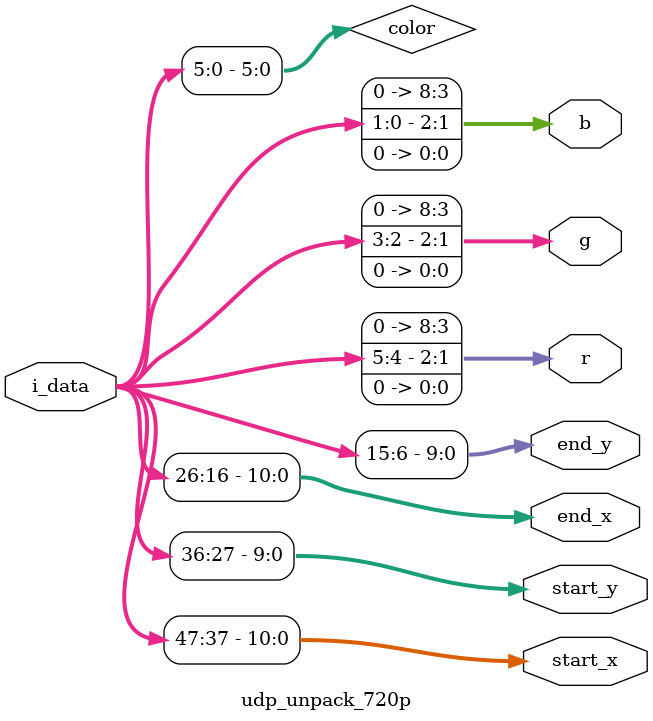
<source format=sv>
module udp_unpack_720p (
    input  [47:0] i_data ,

    output [10:0] start_x,
    output [ 9:0] start_y,
    output [10:0] end_x  ,
    output [ 9:0] end_y  ,
    output [ 8:0] r      ,
    output [ 8:0] g      ,
    output [ 8:0] b
);

    // XXXX_XXXX XXXY_YYYY YYYY_YXXX XXXX_XXXX YYYY_YYYY YYCC_CCCC

    wire [5:0] color;
    assign {start_x, start_y, end_x, end_y, color} = i_data;

    assign r = {color[5:4], 1'b0};
    assign g = {color[3:2], 1'b0};
    assign b = {color[1:0], 1'b0};

endmodule : udp_unpack_720p

</source>
